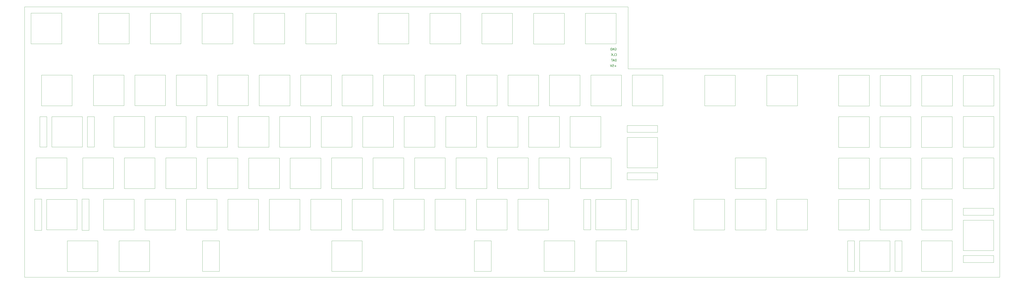
<source format=gbo>
%TF.GenerationSoftware,KiCad,Pcbnew,(5.1.6-0)*%
%TF.CreationDate,2022-01-10T09:22:34+01:00*%
%TF.ProjectId,A500KBPlate,41353030-4b42-4506-9c61-74652e6b6963,rev?*%
%TF.SameCoordinates,Original*%
%TF.FileFunction,Legend,Bot*%
%TF.FilePolarity,Positive*%
%FSLAX46Y46*%
G04 Gerber Fmt 4.6, Leading zero omitted, Abs format (unit mm)*
G04 Created by KiCad (PCBNEW (5.1.6-0)) date 2022-01-10 09:22:34*
%MOMM*%
%LPD*%
G01*
G04 APERTURE LIST*
%ADD10C,0.150000*%
%TA.AperFunction,Profile*%
%ADD11C,0.050000*%
%TD*%
%TA.AperFunction,Profile*%
%ADD12C,0.120000*%
%TD*%
G04 APERTURE END LIST*
D10*
X297449714Y-263469428D02*
X296687809Y-263469428D01*
X297068761Y-263850380D02*
X297068761Y-263088476D01*
X295735428Y-262850380D02*
X296211619Y-262850380D01*
X296259238Y-263326571D01*
X296211619Y-263278952D01*
X296116380Y-263231333D01*
X295878285Y-263231333D01*
X295783047Y-263278952D01*
X295735428Y-263326571D01*
X295687809Y-263421809D01*
X295687809Y-263659904D01*
X295735428Y-263755142D01*
X295783047Y-263802761D01*
X295878285Y-263850380D01*
X296116380Y-263850380D01*
X296211619Y-263802761D01*
X296259238Y-263755142D01*
X295402095Y-262850380D02*
X295068761Y-263850380D01*
X294735428Y-262850380D01*
X297489428Y-261310380D02*
X297489428Y-260310380D01*
X297251333Y-260310380D01*
X297108476Y-260358000D01*
X297013238Y-260453238D01*
X296965619Y-260548476D01*
X296918000Y-260738952D01*
X296918000Y-260881809D01*
X296965619Y-261072285D01*
X297013238Y-261167523D01*
X297108476Y-261262761D01*
X297251333Y-261310380D01*
X297489428Y-261310380D01*
X296537047Y-261024666D02*
X296060857Y-261024666D01*
X296632285Y-261310380D02*
X296298952Y-260310380D01*
X295965619Y-261310380D01*
X295775142Y-260310380D02*
X295203714Y-260310380D01*
X295489428Y-261310380D02*
X295489428Y-260310380D01*
X297013238Y-258675142D02*
X297060857Y-258722761D01*
X297203714Y-258770380D01*
X297298952Y-258770380D01*
X297441809Y-258722761D01*
X297537047Y-258627523D01*
X297584666Y-258532285D01*
X297632285Y-258341809D01*
X297632285Y-258198952D01*
X297584666Y-258008476D01*
X297537047Y-257913238D01*
X297441809Y-257818000D01*
X297298952Y-257770380D01*
X297203714Y-257770380D01*
X297060857Y-257818000D01*
X297013238Y-257865619D01*
X296108476Y-258770380D02*
X296584666Y-258770380D01*
X296584666Y-257770380D01*
X295775142Y-258770380D02*
X295775142Y-257770380D01*
X295203714Y-258770380D02*
X295632285Y-258198952D01*
X295203714Y-257770380D02*
X295775142Y-258341809D01*
X296925904Y-255278000D02*
X297021142Y-255230380D01*
X297164000Y-255230380D01*
X297306857Y-255278000D01*
X297402095Y-255373238D01*
X297449714Y-255468476D01*
X297497333Y-255658952D01*
X297497333Y-255801809D01*
X297449714Y-255992285D01*
X297402095Y-256087523D01*
X297306857Y-256182761D01*
X297164000Y-256230380D01*
X297068761Y-256230380D01*
X296925904Y-256182761D01*
X296878285Y-256135142D01*
X296878285Y-255801809D01*
X297068761Y-255801809D01*
X296449714Y-256230380D02*
X296449714Y-255230380D01*
X295878285Y-256230380D01*
X295878285Y-255230380D01*
X295402095Y-256230380D02*
X295402095Y-255230380D01*
X295164000Y-255230380D01*
X295021142Y-255278000D01*
X294925904Y-255373238D01*
X294878285Y-255468476D01*
X294830666Y-255658952D01*
X294830666Y-255801809D01*
X294878285Y-255992285D01*
X294925904Y-256087523D01*
X295021142Y-256182761D01*
X295164000Y-256230380D01*
X295402095Y-256230380D01*
D11*
X25400000Y-236220000D02*
X26035000Y-236220000D01*
X25400000Y-360680000D02*
X25400000Y-236220000D01*
X473710000Y-360680000D02*
X25400000Y-360680000D01*
X473710000Y-264795000D02*
X473710000Y-360680000D01*
X302895000Y-264795000D02*
X473710000Y-264795000D01*
X302895000Y-236220000D02*
X302895000Y-264795000D01*
X26035000Y-236220000D02*
X302895000Y-236220000D01*
D12*
%TO.C,MX33*%
X232209000Y-357951800D02*
X232209000Y-343951800D01*
X240009000Y-357951800D02*
X232209000Y-357951800D01*
X240009000Y-343951800D02*
X240009000Y-357951800D01*
X232209000Y-343951800D02*
X240009000Y-343951800D01*
X115009000Y-357951800D02*
X115009000Y-343951800D01*
X107209000Y-357951800D02*
X115009000Y-357951800D01*
X107209000Y-343951800D02*
X107209000Y-357951800D01*
X115009000Y-343951800D02*
X107209000Y-343951800D01*
X166609000Y-357951800D02*
X166609000Y-343951800D01*
X180609000Y-357951800D02*
X166609000Y-357951800D01*
X180609000Y-343951800D02*
X180609000Y-357951800D01*
X166609000Y-343951800D02*
X180609000Y-343951800D01*
%TO.C,MX71*%
X302452400Y-310297600D02*
X302452400Y-296297600D01*
X316452400Y-310297600D02*
X302452400Y-310297600D01*
X316452400Y-296297600D02*
X316452400Y-310297600D01*
X302452400Y-296297600D02*
X316452400Y-296297600D01*
X302452400Y-290797600D02*
X302452400Y-293997600D01*
X316452400Y-290797600D02*
X302452400Y-290797600D01*
X316452400Y-293997600D02*
X316452400Y-290797600D01*
X302452400Y-293997600D02*
X316452400Y-293997600D01*
X316452400Y-312597600D02*
X302452400Y-312597600D01*
X316452400Y-315797600D02*
X316452400Y-312597600D01*
X302452400Y-315797600D02*
X316452400Y-315797600D01*
X302452400Y-312597600D02*
X302452400Y-315797600D01*
%TO.C,MX68*%
X287995600Y-338876400D02*
X287995600Y-324876400D01*
X301995600Y-338876400D02*
X287995600Y-338876400D01*
X301995600Y-324876400D02*
X301995600Y-338876400D01*
X287995600Y-324876400D02*
X301995600Y-324876400D01*
X285695600Y-338876400D02*
X285695600Y-324876400D01*
X282495600Y-338876400D02*
X285695600Y-338876400D01*
X282495600Y-324876400D02*
X282495600Y-338876400D01*
X285695600Y-324876400D02*
X282495600Y-324876400D01*
X304295600Y-338876400D02*
X304295600Y-324876400D01*
X307495600Y-338876400D02*
X304295600Y-338876400D01*
X307495600Y-324876400D02*
X307495600Y-338876400D01*
X304295600Y-324876400D02*
X307495600Y-324876400D01*
%TO.C,MX5*%
X51870400Y-339076400D02*
X51870400Y-324676400D01*
X55070400Y-339076400D02*
X51870400Y-339076400D01*
X55070400Y-324676400D02*
X55070400Y-339076400D01*
X51870400Y-324676400D02*
X55070400Y-324676400D01*
X33270400Y-339076400D02*
X33270400Y-324676400D01*
X30070400Y-339076400D02*
X33270400Y-339076400D01*
X30070400Y-324676400D02*
X30070400Y-339076400D01*
X33270400Y-324676400D02*
X30070400Y-324676400D01*
X35570400Y-338876400D02*
X35570400Y-324876400D01*
X49570400Y-338876400D02*
X35570400Y-338876400D01*
X49570400Y-324876400D02*
X49570400Y-338876400D01*
X35570400Y-324876400D02*
X49570400Y-324876400D01*
%TO.C,MX77*%
X366664400Y-267698000D02*
X380764400Y-267698000D01*
X380764400Y-267698000D02*
X380764400Y-281798000D01*
X380764400Y-281798000D02*
X366664400Y-281798000D01*
X366664400Y-281798000D02*
X366664400Y-267698000D01*
%TO.C,MX73*%
X338064000Y-267698000D02*
X352164000Y-267698000D01*
X352164000Y-267698000D02*
X352164000Y-281798000D01*
X352164000Y-281798000D02*
X338064000Y-281798000D01*
X338064000Y-281798000D02*
X338064000Y-267698000D01*
%TO.C,MX2*%
X33183600Y-267651000D02*
X47283600Y-267651000D01*
X47283600Y-267651000D02*
X47283600Y-281751000D01*
X47283600Y-281751000D02*
X33183600Y-281751000D01*
X33183600Y-281751000D02*
X33183600Y-267651000D01*
%TO.C,MX3*%
X57477050Y-286751000D02*
X55477050Y-286751000D01*
X55477050Y-300751000D02*
X57477050Y-300751000D01*
X32477050Y-300751000D02*
X34477050Y-300751000D01*
X34477050Y-286751000D02*
X32477050Y-286751000D01*
X35677050Y-286751000D02*
X35677050Y-300751000D01*
X34477050Y-286751000D02*
X35677050Y-286751000D01*
X32477050Y-300751000D02*
X32477050Y-286751000D01*
X35677050Y-300751000D02*
X34477050Y-300751000D01*
X54277050Y-300751000D02*
X54277050Y-286751000D01*
X55477050Y-300751000D02*
X54277050Y-300751000D01*
X57477050Y-286751000D02*
X57477050Y-300751000D01*
X54277050Y-286751000D02*
X55477050Y-286751000D01*
X37977050Y-300751000D02*
X37977050Y-286751000D01*
X51977050Y-300751000D02*
X37977050Y-300751000D01*
X51977050Y-286751000D02*
X51977050Y-300751000D01*
X37977050Y-286751000D02*
X51977050Y-286751000D01*
%TO.C,MX64*%
X288127600Y-343898000D02*
X302227600Y-343898000D01*
X302227600Y-343898000D02*
X302227600Y-357998000D01*
X302227600Y-357998000D02*
X288127600Y-357998000D01*
X288127600Y-357998000D02*
X288127600Y-343898000D01*
%TO.C,MX59*%
X264251600Y-343898000D02*
X278351600Y-343898000D01*
X278351600Y-343898000D02*
X278351600Y-357998000D01*
X278351600Y-357998000D02*
X264251600Y-357998000D01*
X264251600Y-357998000D02*
X264251600Y-343898000D01*
%TO.C,MX54*%
X283272000Y-239177600D02*
X297372000Y-239177600D01*
X297372000Y-239177600D02*
X297372000Y-253277600D01*
X297372000Y-253277600D02*
X283272000Y-253277600D01*
X283272000Y-253277600D02*
X283272000Y-239177600D01*
%TO.C,MX49*%
X259468000Y-239199200D02*
X273568000Y-239199200D01*
X273568000Y-239199200D02*
X273568000Y-253299200D01*
X273568000Y-253299200D02*
X259468000Y-253299200D01*
X259468000Y-253299200D02*
X259468000Y-239199200D01*
%TO.C,MX44*%
X235621600Y-239177600D02*
X249721600Y-239177600D01*
X249721600Y-239177600D02*
X249721600Y-253277600D01*
X249721600Y-253277600D02*
X235621600Y-253277600D01*
X235621600Y-253277600D02*
X235621600Y-239177600D01*
%TO.C,MX39*%
X211796400Y-239177600D02*
X225896400Y-239177600D01*
X225896400Y-239177600D02*
X225896400Y-253277600D01*
X225896400Y-253277600D02*
X211796400Y-253277600D01*
X211796400Y-253277600D02*
X211796400Y-239177600D01*
%TO.C,MX34*%
X187971200Y-239177600D02*
X202071200Y-239177600D01*
X202071200Y-239177600D02*
X202071200Y-253277600D01*
X202071200Y-253277600D02*
X187971200Y-253277600D01*
X187971200Y-253277600D02*
X187971200Y-239177600D01*
%TO.C,MX28*%
X154697200Y-239177600D02*
X168797200Y-239177600D01*
X168797200Y-239177600D02*
X168797200Y-253277600D01*
X168797200Y-253277600D02*
X154697200Y-253277600D01*
X154697200Y-253277600D02*
X154697200Y-239177600D01*
%TO.C,MX23*%
X130872000Y-239177600D02*
X144972000Y-239177600D01*
X144972000Y-239177600D02*
X144972000Y-253277600D01*
X144972000Y-253277600D02*
X130872000Y-253277600D01*
X130872000Y-253277600D02*
X130872000Y-239177600D01*
%TO.C,MX18*%
X107046800Y-239177600D02*
X121146800Y-239177600D01*
X121146800Y-239177600D02*
X121146800Y-253277600D01*
X121146800Y-253277600D02*
X107046800Y-253277600D01*
X107046800Y-253277600D02*
X107046800Y-239177600D01*
%TO.C,MX13*%
X83221600Y-239177600D02*
X97321600Y-239177600D01*
X97321600Y-239177600D02*
X97321600Y-253277600D01*
X97321600Y-253277600D02*
X83221600Y-253277600D01*
X83221600Y-253277600D02*
X83221600Y-239177600D01*
%TO.C,MX12*%
X68845200Y-343927200D02*
X82945200Y-343927200D01*
X82945200Y-343927200D02*
X82945200Y-358027200D01*
X82945200Y-358027200D02*
X68845200Y-358027200D01*
X68845200Y-358027200D02*
X68845200Y-343927200D01*
%TO.C,MX7*%
X59447200Y-239177600D02*
X73547200Y-239177600D01*
X73547200Y-239177600D02*
X73547200Y-253277600D01*
X73547200Y-253277600D02*
X59447200Y-253277600D01*
X59447200Y-253277600D02*
X59447200Y-239177600D01*
%TO.C,MX6*%
X45041200Y-343948800D02*
X59141200Y-343948800D01*
X59141200Y-343948800D02*
X59141200Y-358048800D01*
X59141200Y-358048800D02*
X45041200Y-358048800D01*
X45041200Y-358048800D02*
X45041200Y-343948800D01*
%TO.C,MX4*%
X30774800Y-305747200D02*
X44874800Y-305747200D01*
X44874800Y-305747200D02*
X44874800Y-319847200D01*
X44874800Y-319847200D02*
X30774800Y-319847200D01*
X30774800Y-319847200D02*
X30774800Y-305747200D01*
%TO.C,MX83*%
X428774250Y-343951800D02*
X426774250Y-343951800D01*
X426774250Y-357951800D02*
X428774250Y-357951800D01*
X403774250Y-357951800D02*
X405774250Y-357951800D01*
X405774250Y-343951800D02*
X403774250Y-343951800D01*
X406974250Y-343951800D02*
X406974250Y-357951800D01*
X405774250Y-343951800D02*
X406974250Y-343951800D01*
X403774250Y-357951800D02*
X403774250Y-343951800D01*
X406974250Y-357951800D02*
X405774250Y-357951800D01*
X425574250Y-357951800D02*
X425574250Y-343951800D01*
X426774250Y-357951800D02*
X425574250Y-357951800D01*
X428774250Y-343951800D02*
X428774250Y-357951800D01*
X425574250Y-343951800D02*
X426774250Y-343951800D01*
X409274250Y-357951800D02*
X409274250Y-343951800D01*
X423274250Y-357951800D02*
X409274250Y-357951800D01*
X423274250Y-343951800D02*
X423274250Y-357951800D01*
X409274250Y-343951800D02*
X423274250Y-343951800D01*
%TO.C,MX96*%
X456981800Y-353926800D02*
X456981800Y-350726800D01*
X470981800Y-353926800D02*
X456981800Y-353926800D01*
X470981800Y-350726800D02*
X470981800Y-353926800D01*
X456981800Y-350726800D02*
X470981800Y-350726800D01*
X470981800Y-332126800D02*
X456981800Y-332126800D01*
X470981800Y-328926800D02*
X470981800Y-332126800D01*
X456981800Y-328926800D02*
X470981800Y-328926800D01*
X456981800Y-332126800D02*
X456981800Y-328926800D01*
X456981800Y-334426800D02*
X470981800Y-334426800D01*
X470981800Y-334426800D02*
X470981800Y-348426800D01*
X470981800Y-348426800D02*
X456981800Y-348426800D01*
X456981800Y-348426800D02*
X456981800Y-334426800D01*
%TO.C,MX95*%
X456957200Y-305776400D02*
X471057200Y-305776400D01*
X471057200Y-305776400D02*
X471057200Y-319876400D01*
X471057200Y-319876400D02*
X456957200Y-319876400D01*
X456957200Y-319876400D02*
X456957200Y-305776400D01*
%TO.C,MX94*%
X456957200Y-286726400D02*
X471057200Y-286726400D01*
X471057200Y-286726400D02*
X471057200Y-300826400D01*
X471057200Y-300826400D02*
X456957200Y-300826400D01*
X456957200Y-300826400D02*
X456957200Y-286726400D01*
%TO.C,MX93*%
X456957200Y-267778000D02*
X471057200Y-267778000D01*
X471057200Y-267778000D02*
X471057200Y-281878000D01*
X471057200Y-281878000D02*
X456957200Y-281878000D01*
X456957200Y-281878000D02*
X456957200Y-267778000D01*
%TO.C,MX92*%
X437784400Y-343898000D02*
X451884400Y-343898000D01*
X451884400Y-343898000D02*
X451884400Y-357998000D01*
X451884400Y-357998000D02*
X437784400Y-357998000D01*
X437784400Y-357998000D02*
X437784400Y-343898000D01*
%TO.C,MX91*%
X437805600Y-324826400D02*
X451905600Y-324826400D01*
X451905600Y-324826400D02*
X451905600Y-338926400D01*
X451905600Y-338926400D02*
X437805600Y-338926400D01*
X437805600Y-338926400D02*
X437805600Y-324826400D01*
%TO.C,MX90*%
X437805600Y-305827200D02*
X451905600Y-305827200D01*
X451905600Y-305827200D02*
X451905600Y-319927200D01*
X451905600Y-319927200D02*
X437805600Y-319927200D01*
X437805600Y-319927200D02*
X437805600Y-305827200D01*
%TO.C,MX89*%
X437754800Y-286777200D02*
X451854800Y-286777200D01*
X451854800Y-286777200D02*
X451854800Y-300877200D01*
X451854800Y-300877200D02*
X437754800Y-300877200D01*
X437754800Y-300877200D02*
X437754800Y-286777200D01*
%TO.C,MX88*%
X437856400Y-267778000D02*
X451956400Y-267778000D01*
X451956400Y-267778000D02*
X451956400Y-281878000D01*
X451956400Y-281878000D02*
X437856400Y-281878000D01*
X437856400Y-281878000D02*
X437856400Y-267778000D01*
%TO.C,MX87*%
X418734400Y-324848000D02*
X432834400Y-324848000D01*
X432834400Y-324848000D02*
X432834400Y-338948000D01*
X432834400Y-338948000D02*
X418734400Y-338948000D01*
X418734400Y-338948000D02*
X418734400Y-324848000D01*
%TO.C,MX86*%
X418704800Y-305827200D02*
X432804800Y-305827200D01*
X432804800Y-305827200D02*
X432804800Y-319927200D01*
X432804800Y-319927200D02*
X418704800Y-319927200D01*
X418704800Y-319927200D02*
X418704800Y-305827200D01*
%TO.C,MX85*%
X418704800Y-286777200D02*
X432804800Y-286777200D01*
X432804800Y-286777200D02*
X432804800Y-300877200D01*
X432804800Y-300877200D02*
X418704800Y-300877200D01*
X418704800Y-300877200D02*
X418704800Y-286777200D01*
%TO.C,MX84*%
X418755600Y-267778000D02*
X432855600Y-267778000D01*
X432855600Y-267778000D02*
X432855600Y-281878000D01*
X432855600Y-281878000D02*
X418755600Y-281878000D01*
X418755600Y-281878000D02*
X418755600Y-267778000D01*
%TO.C,MX82*%
X399684400Y-324848000D02*
X413784400Y-324848000D01*
X413784400Y-324848000D02*
X413784400Y-338948000D01*
X413784400Y-338948000D02*
X399684400Y-338948000D01*
X399684400Y-338948000D02*
X399684400Y-324848000D01*
%TO.C,MX81*%
X399654800Y-305827200D02*
X413754800Y-305827200D01*
X413754800Y-305827200D02*
X413754800Y-319927200D01*
X413754800Y-319927200D02*
X399654800Y-319927200D01*
X399654800Y-319927200D02*
X399654800Y-305827200D01*
%TO.C,MX80*%
X399654800Y-286777200D02*
X413754800Y-286777200D01*
X413754800Y-286777200D02*
X413754800Y-300877200D01*
X413754800Y-300877200D02*
X399654800Y-300877200D01*
X399654800Y-300877200D02*
X399654800Y-286777200D01*
%TO.C,MX79*%
X399654800Y-267727200D02*
X413754800Y-267727200D01*
X413754800Y-267727200D02*
X413754800Y-281827200D01*
X413754800Y-281827200D02*
X399654800Y-281827200D01*
X399654800Y-281827200D02*
X399654800Y-267727200D01*
%TO.C,MX78*%
X371206800Y-324826400D02*
X385306800Y-324826400D01*
X385306800Y-324826400D02*
X385306800Y-338926400D01*
X385306800Y-338926400D02*
X371206800Y-338926400D01*
X371206800Y-338926400D02*
X371206800Y-324826400D01*
%TO.C,MX76*%
X352186400Y-324826400D02*
X366286400Y-324826400D01*
X366286400Y-324826400D02*
X366286400Y-338926400D01*
X366286400Y-338926400D02*
X352186400Y-338926400D01*
X352186400Y-338926400D02*
X352186400Y-324826400D01*
%TO.C,MX75*%
X352156800Y-305776400D02*
X366256800Y-305776400D01*
X366256800Y-305776400D02*
X366256800Y-319876400D01*
X366256800Y-319876400D02*
X352156800Y-319876400D01*
X352156800Y-319876400D02*
X352156800Y-305776400D01*
%TO.C,MX74*%
X333106800Y-324826400D02*
X347206800Y-324826400D01*
X347206800Y-324826400D02*
X347206800Y-338926400D01*
X347206800Y-338926400D02*
X333106800Y-338926400D01*
X333106800Y-338926400D02*
X333106800Y-324826400D01*
%TO.C,MX72*%
X304811200Y-267676400D02*
X318911200Y-267676400D01*
X318911200Y-267676400D02*
X318911200Y-281776400D01*
X318911200Y-281776400D02*
X304811200Y-281776400D01*
X304811200Y-281776400D02*
X304811200Y-267676400D01*
%TO.C,MX70*%
X280986000Y-305776400D02*
X295086000Y-305776400D01*
X295086000Y-305776400D02*
X295086000Y-319876400D01*
X295086000Y-319876400D02*
X280986000Y-319876400D01*
X280986000Y-319876400D02*
X280986000Y-305776400D01*
%TO.C,MX69*%
X285761200Y-267676400D02*
X299861200Y-267676400D01*
X299861200Y-267676400D02*
X299861200Y-281776400D01*
X299861200Y-281776400D02*
X285761200Y-281776400D01*
X285761200Y-281776400D02*
X285761200Y-267676400D01*
%TO.C,MX67*%
X261936000Y-305776400D02*
X276036000Y-305776400D01*
X276036000Y-305776400D02*
X276036000Y-319876400D01*
X276036000Y-319876400D02*
X261936000Y-319876400D01*
X261936000Y-319876400D02*
X261936000Y-305776400D01*
%TO.C,MX66*%
X276210800Y-286726400D02*
X290310800Y-286726400D01*
X290310800Y-286726400D02*
X290310800Y-300826400D01*
X290310800Y-300826400D02*
X276210800Y-300826400D01*
X276210800Y-300826400D02*
X276210800Y-286726400D01*
%TO.C,MX65*%
X266711200Y-267676400D02*
X280811200Y-267676400D01*
X280811200Y-267676400D02*
X280811200Y-281776400D01*
X280811200Y-281776400D02*
X266711200Y-281776400D01*
X266711200Y-281776400D02*
X266711200Y-267676400D01*
%TO.C,MX63*%
X252233200Y-324826400D02*
X266333200Y-324826400D01*
X266333200Y-324826400D02*
X266333200Y-338926400D01*
X266333200Y-338926400D02*
X252233200Y-338926400D01*
X252233200Y-338926400D02*
X252233200Y-324826400D01*
%TO.C,MX62*%
X242886000Y-305776400D02*
X256986000Y-305776400D01*
X256986000Y-305776400D02*
X256986000Y-319876400D01*
X256986000Y-319876400D02*
X242886000Y-319876400D01*
X242886000Y-319876400D02*
X242886000Y-305776400D01*
%TO.C,MX61*%
X257160800Y-286726400D02*
X271260800Y-286726400D01*
X271260800Y-286726400D02*
X271260800Y-300826400D01*
X271260800Y-300826400D02*
X257160800Y-300826400D01*
X257160800Y-300826400D02*
X257160800Y-286726400D01*
%TO.C,MX60*%
X247661200Y-267676400D02*
X261761200Y-267676400D01*
X261761200Y-267676400D02*
X261761200Y-281776400D01*
X261761200Y-281776400D02*
X247661200Y-281776400D01*
X247661200Y-281776400D02*
X247661200Y-267676400D01*
%TO.C,MX58*%
X233183200Y-324826400D02*
X247283200Y-324826400D01*
X247283200Y-324826400D02*
X247283200Y-338926400D01*
X247283200Y-338926400D02*
X233183200Y-338926400D01*
X233183200Y-338926400D02*
X233183200Y-324826400D01*
%TO.C,MX57*%
X223836000Y-305776400D02*
X237936000Y-305776400D01*
X237936000Y-305776400D02*
X237936000Y-319876400D01*
X237936000Y-319876400D02*
X223836000Y-319876400D01*
X223836000Y-319876400D02*
X223836000Y-305776400D01*
%TO.C,MX56*%
X238110800Y-286726400D02*
X252210800Y-286726400D01*
X252210800Y-286726400D02*
X252210800Y-300826400D01*
X252210800Y-300826400D02*
X238110800Y-300826400D01*
X238110800Y-300826400D02*
X238110800Y-286726400D01*
%TO.C,MX55*%
X228611200Y-267676400D02*
X242711200Y-267676400D01*
X242711200Y-267676400D02*
X242711200Y-281776400D01*
X242711200Y-281776400D02*
X228611200Y-281776400D01*
X228611200Y-281776400D02*
X228611200Y-267676400D01*
%TO.C,MX53*%
X214133200Y-324826400D02*
X228233200Y-324826400D01*
X228233200Y-324826400D02*
X228233200Y-338926400D01*
X228233200Y-338926400D02*
X214133200Y-338926400D01*
X214133200Y-338926400D02*
X214133200Y-324826400D01*
%TO.C,MX52*%
X204735200Y-305776400D02*
X218835200Y-305776400D01*
X218835200Y-305776400D02*
X218835200Y-319876400D01*
X218835200Y-319876400D02*
X204735200Y-319876400D01*
X204735200Y-319876400D02*
X204735200Y-305776400D01*
%TO.C,MX51*%
X219060800Y-286726400D02*
X233160800Y-286726400D01*
X233160800Y-286726400D02*
X233160800Y-300826400D01*
X233160800Y-300826400D02*
X219060800Y-300826400D01*
X219060800Y-300826400D02*
X219060800Y-286726400D01*
%TO.C,MX50*%
X209561200Y-267676400D02*
X223661200Y-267676400D01*
X223661200Y-267676400D02*
X223661200Y-281776400D01*
X223661200Y-281776400D02*
X209561200Y-281776400D01*
X209561200Y-281776400D02*
X209561200Y-267676400D01*
%TO.C,MX48*%
X195083200Y-324826400D02*
X209183200Y-324826400D01*
X209183200Y-324826400D02*
X209183200Y-338926400D01*
X209183200Y-338926400D02*
X195083200Y-338926400D01*
X195083200Y-338926400D02*
X195083200Y-324826400D01*
%TO.C,MX47*%
X185634400Y-305776400D02*
X199734400Y-305776400D01*
X199734400Y-305776400D02*
X199734400Y-319876400D01*
X199734400Y-319876400D02*
X185634400Y-319876400D01*
X185634400Y-319876400D02*
X185634400Y-305776400D01*
%TO.C,MX46*%
X199960000Y-286726400D02*
X214060000Y-286726400D01*
X214060000Y-286726400D02*
X214060000Y-300826400D01*
X214060000Y-300826400D02*
X199960000Y-300826400D01*
X199960000Y-300826400D02*
X199960000Y-286726400D01*
%TO.C,MX45*%
X190460400Y-267676400D02*
X204560400Y-267676400D01*
X204560400Y-267676400D02*
X204560400Y-281776400D01*
X204560400Y-281776400D02*
X190460400Y-281776400D01*
X190460400Y-281776400D02*
X190460400Y-267676400D01*
%TO.C,MX43*%
X176062800Y-324826400D02*
X190162800Y-324826400D01*
X190162800Y-324826400D02*
X190162800Y-338926400D01*
X190162800Y-338926400D02*
X176062800Y-338926400D01*
X176062800Y-338926400D02*
X176062800Y-324826400D01*
%TO.C,MX42*%
X166584400Y-305776400D02*
X180684400Y-305776400D01*
X180684400Y-305776400D02*
X180684400Y-319876400D01*
X180684400Y-319876400D02*
X166584400Y-319876400D01*
X166584400Y-319876400D02*
X166584400Y-305776400D01*
%TO.C,MX41*%
X180910000Y-286726400D02*
X195010000Y-286726400D01*
X195010000Y-286726400D02*
X195010000Y-300826400D01*
X195010000Y-300826400D02*
X180910000Y-300826400D01*
X180910000Y-300826400D02*
X180910000Y-286726400D01*
%TO.C,MX40*%
X171410400Y-267676400D02*
X185510400Y-267676400D01*
X185510400Y-267676400D02*
X185510400Y-281776400D01*
X185510400Y-281776400D02*
X171410400Y-281776400D01*
X171410400Y-281776400D02*
X171410400Y-267676400D01*
%TO.C,MX38*%
X157034000Y-324826400D02*
X171134000Y-324826400D01*
X171134000Y-324826400D02*
X171134000Y-338926400D01*
X171134000Y-338926400D02*
X157034000Y-338926400D01*
X157034000Y-338926400D02*
X157034000Y-324826400D01*
%TO.C,MX37*%
X147513200Y-305798000D02*
X161613200Y-305798000D01*
X161613200Y-305798000D02*
X161613200Y-319898000D01*
X161613200Y-319898000D02*
X147513200Y-319898000D01*
X147513200Y-319898000D02*
X147513200Y-305798000D01*
%TO.C,MX36*%
X161860000Y-286726400D02*
X175960000Y-286726400D01*
X175960000Y-286726400D02*
X175960000Y-300826400D01*
X175960000Y-300826400D02*
X161860000Y-300826400D01*
X161860000Y-300826400D02*
X161860000Y-286726400D01*
%TO.C,MX35*%
X152360400Y-267676400D02*
X166460400Y-267676400D01*
X166460400Y-267676400D02*
X166460400Y-281776400D01*
X166460400Y-281776400D02*
X152360400Y-281776400D01*
X152360400Y-281776400D02*
X152360400Y-267676400D01*
%TO.C,MX32*%
X137933200Y-324826400D02*
X152033200Y-324826400D01*
X152033200Y-324826400D02*
X152033200Y-338926400D01*
X152033200Y-338926400D02*
X137933200Y-338926400D01*
X137933200Y-338926400D02*
X137933200Y-324826400D01*
%TO.C,MX31*%
X128484400Y-305798000D02*
X142584400Y-305798000D01*
X142584400Y-305798000D02*
X142584400Y-319898000D01*
X142584400Y-319898000D02*
X128484400Y-319898000D01*
X128484400Y-319898000D02*
X128484400Y-305798000D01*
%TO.C,MX30*%
X142708400Y-286726400D02*
X156808400Y-286726400D01*
X156808400Y-286726400D02*
X156808400Y-300826400D01*
X156808400Y-300826400D02*
X142708400Y-300826400D01*
X142708400Y-300826400D02*
X142708400Y-286726400D01*
%TO.C,MX29*%
X133289200Y-267647200D02*
X147389200Y-267647200D01*
X147389200Y-267647200D02*
X147389200Y-281747200D01*
X147389200Y-281747200D02*
X133289200Y-281747200D01*
X133289200Y-281747200D02*
X133289200Y-267647200D01*
%TO.C,MX27*%
X118883200Y-324826400D02*
X132983200Y-324826400D01*
X132983200Y-324826400D02*
X132983200Y-338926400D01*
X132983200Y-338926400D02*
X118883200Y-338926400D01*
X118883200Y-338926400D02*
X118883200Y-324826400D01*
%TO.C,MX26*%
X109404800Y-305798000D02*
X123504800Y-305798000D01*
X123504800Y-305798000D02*
X123504800Y-319898000D01*
X123504800Y-319898000D02*
X109404800Y-319898000D01*
X109404800Y-319898000D02*
X109404800Y-305798000D01*
%TO.C,MX25*%
X123658400Y-286726400D02*
X137758400Y-286726400D01*
X137758400Y-286726400D02*
X137758400Y-300826400D01*
X137758400Y-300826400D02*
X123658400Y-300826400D01*
X123658400Y-300826400D02*
X123658400Y-286726400D01*
%TO.C,MX24*%
X114209600Y-267625600D02*
X128309600Y-267625600D01*
X128309600Y-267625600D02*
X128309600Y-281725600D01*
X128309600Y-281725600D02*
X114209600Y-281725600D01*
X114209600Y-281725600D02*
X114209600Y-267625600D01*
%TO.C,MX22*%
X99833200Y-324826400D02*
X113933200Y-324826400D01*
X113933200Y-324826400D02*
X113933200Y-338926400D01*
X113933200Y-338926400D02*
X99833200Y-338926400D01*
X99833200Y-338926400D02*
X99833200Y-324826400D01*
%TO.C,MX21*%
X90333600Y-305776400D02*
X104433600Y-305776400D01*
X104433600Y-305776400D02*
X104433600Y-319876400D01*
X104433600Y-319876400D02*
X90333600Y-319876400D01*
X90333600Y-319876400D02*
X90333600Y-305776400D01*
%TO.C,MX20*%
X104608400Y-286701000D02*
X118708400Y-286701000D01*
X118708400Y-286701000D02*
X118708400Y-300801000D01*
X118708400Y-300801000D02*
X104608400Y-300801000D01*
X104608400Y-300801000D02*
X104608400Y-286701000D01*
%TO.C,MX19*%
X95159600Y-267625600D02*
X109259600Y-267625600D01*
X109259600Y-267625600D02*
X109259600Y-281725600D01*
X109259600Y-281725600D02*
X95159600Y-281725600D01*
X95159600Y-281725600D02*
X95159600Y-267625600D01*
%TO.C,MX17*%
X80783200Y-324826400D02*
X94883200Y-324826400D01*
X94883200Y-324826400D02*
X94883200Y-338926400D01*
X94883200Y-338926400D02*
X80783200Y-338926400D01*
X80783200Y-338926400D02*
X80783200Y-324826400D01*
%TO.C,MX16*%
X71283600Y-305776400D02*
X85383600Y-305776400D01*
X85383600Y-305776400D02*
X85383600Y-319876400D01*
X85383600Y-319876400D02*
X71283600Y-319876400D01*
X71283600Y-319876400D02*
X71283600Y-305776400D01*
%TO.C,MX15*%
X85558400Y-286701000D02*
X99658400Y-286701000D01*
X99658400Y-286701000D02*
X99658400Y-300801000D01*
X99658400Y-300801000D02*
X85558400Y-300801000D01*
X85558400Y-300801000D02*
X85558400Y-286701000D01*
%TO.C,MX14*%
X76109600Y-267625600D02*
X90209600Y-267625600D01*
X90209600Y-267625600D02*
X90209600Y-281725600D01*
X90209600Y-281725600D02*
X76109600Y-281725600D01*
X76109600Y-281725600D02*
X76109600Y-267625600D01*
%TO.C,MX11*%
X61733200Y-324826400D02*
X75833200Y-324826400D01*
X75833200Y-324826400D02*
X75833200Y-338926400D01*
X75833200Y-338926400D02*
X61733200Y-338926400D01*
X61733200Y-338926400D02*
X61733200Y-324826400D01*
%TO.C,MX10*%
X52212400Y-305747200D02*
X66312400Y-305747200D01*
X66312400Y-305747200D02*
X66312400Y-319847200D01*
X66312400Y-319847200D02*
X52212400Y-319847200D01*
X52212400Y-319847200D02*
X52212400Y-305747200D01*
%TO.C,MX9*%
X66487200Y-286697200D02*
X80587200Y-286697200D01*
X80587200Y-286697200D02*
X80587200Y-300797200D01*
X80587200Y-300797200D02*
X66487200Y-300797200D01*
X66487200Y-300797200D02*
X66487200Y-286697200D01*
%TO.C,MX8*%
X57059600Y-267625600D02*
X71159600Y-267625600D01*
X71159600Y-267625600D02*
X71159600Y-281725600D01*
X71159600Y-281725600D02*
X57059600Y-281725600D01*
X57059600Y-281725600D02*
X57059600Y-267625600D01*
%TO.C,MX1*%
X28408400Y-239126800D02*
X42508400Y-239126800D01*
X42508400Y-239126800D02*
X42508400Y-253226800D01*
X42508400Y-253226800D02*
X28408400Y-253226800D01*
X28408400Y-253226800D02*
X28408400Y-239126800D01*
%TD*%
M02*

</source>
